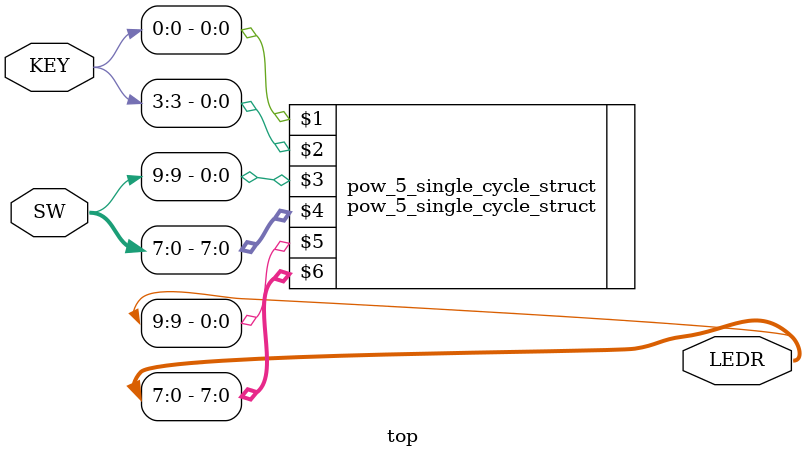
<source format=v>
module top (SW, KEY, LEDR);

	 input wire [9:0] SW;        // DE-series switches
    input wire [3:0] KEY;       // DE-series pushbuttons
	    
	 output wire [9:0] LEDR;     // DE-series LEDs   

    pow_5_single_cycle_struct pow_5_single_cycle_struct (KEY[0], KEY[3], SW[9], SW[7:0], LEDR[9], LEDR[7:0]);

endmodule


</source>
